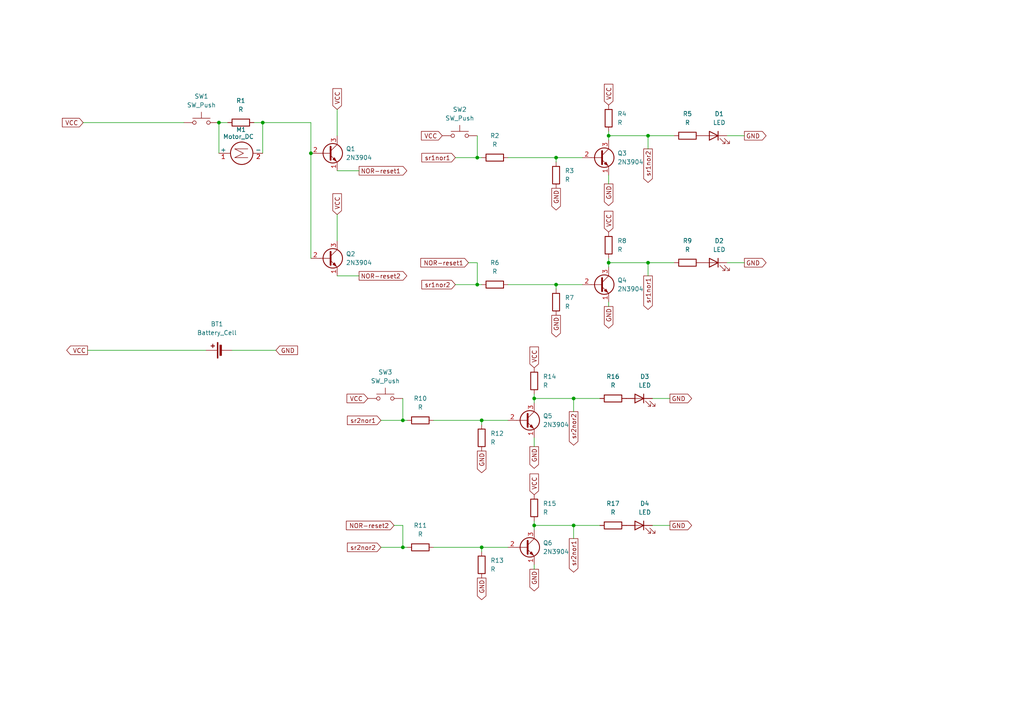
<source format=kicad_sch>
(kicad_sch (version 20250114) (generator "eeschema") (generator_version "9.0")
  (paper "A4")
  (title_block (title "2-bit Memory") (date "2025-05-26") (company "Never getting hired :<") (comment 1 "My first pcb"))
  (lib_symbols
    (symbol "Device:Battery_Cell" (pin_numbers (hide yes)) (pin_names (offset 0) (hide yes))
      (property "Reference" "BT" (at 2.54 2.54 0))
      (property "Value" "Battery_Cell" (at 2.54 0 0))
      (symbol "Battery_Cell_0_1"
        (rectangle (start -2.286 1.778) (end 2.286 1.524) (fill (type outline)))
        (rectangle (start -1.524 1.016) (end 1.524 0.508) (fill (type outline)))
        (polyline (pts (xy 0 1.778) (xy 0 2.54)))
        (polyline (pts (xy 0 0.762) (xy 0 0)))
        (polyline (pts (xy 0.762 3.048) (xy 1.778 3.048)) (stroke (width 0.254)))
        (polyline (pts (xy 1.27 3.556) (xy 1.27 2.54)) (stroke (width 0.254)))
      )
      (symbol "Battery_Cell_1_1"
        (pin passive line (at 0 5.08 270) (length 2.54) (name "+") (number "1"))
        (pin passive line (at 0 -2.54 90) (length 2.54) (name "-") (number "2"))
      )
    )
    (symbol "Device:LED" (pin_numbers (hide yes)) (pin_names (offset 1.016) (hide yes))
      (property "Reference" "D" (at 0 2.54 0))
      (property "Value" "LED" (at 0 -2.54 0))
      (symbol "LED_0_1"
        (polyline (pts (xy -3.048 -0.762) (xy -4.572 -2.286) (xy -3.81 -2.286) (xy -4.572 -2.286) (xy -4.572 -1.524)))
        (polyline (pts (xy -1.778 -0.762) (xy -3.302 -2.286) (xy -2.54 -2.286) (xy -3.302 -2.286) (xy -3.302 -1.524)))
        (polyline (pts (xy -1.27 0) (xy 1.27 0)))
        (polyline (pts (xy -1.27 -1.27) (xy -1.27 1.27)) (stroke (width 0.254)))
        (polyline (pts (xy 1.27 -1.27) (xy 1.27 1.27) (xy -1.27 0) (xy 1.27 -1.27)) (stroke (width 0.254)))
      )
      (symbol "LED_1_1"
        (pin passive line (at -3.81 0 0) (length 2.54) (name "K") (number "1"))
        (pin passive line (at 3.81 0 180) (length 2.54) (name "A") (number "2"))
      )
    )
    (symbol "Device:R" (pin_numbers (hide yes)) (pin_names (offset 0))
      (property "Reference" "R" (at 2.032 0 90))
      (property "Value" "R" (at 0 0 90))
      (symbol "R_0_1"
        (rectangle (start -1.016 -2.54) (end 1.016 2.54) (stroke (width 0.254)))
      )
      (symbol "R_1_1"
        (pin passive line (at 0 3.81 270) (length 1.27) (name "~") (number "1"))
        (pin passive line (at 0 -3.81 90) (length 1.27) (name "~") (number "2"))
      )
    )
    (symbol "Motor:Motor_DC" (pin_names (offset 0))
      (property "Reference" "M" (at 2.54 2.54 0))
      (property "Value" "Motor_DC" (at 2.54 -5.08 0))
      (symbol "Motor_DC_0_0"
        (polyline (pts (xy -1.27 -3.302) (xy -1.27 0.508) (xy 0 -2.032) (xy 1.27 0.508) (xy 1.27 -3.302)))
      )
      (symbol "Motor_DC_0_1"
        (polyline (pts (xy 0 2.032) (xy 0 2.54)))
        (polyline (pts (xy 0 1.7272) (xy 0 2.0828)))
        (circle (center 0 -1.524) (radius 3.2512) (stroke (width 0.254)))
        (polyline (pts (xy 0 -4.7752) (xy 0 -5.1816)))
        (polyline (pts (xy 0 -7.62) (xy 0 -7.112)))
      )
      (symbol "Motor_DC_1_1"
        (pin passive line (at 0 5.08 270) (length 2.54) (name "+") (number "1"))
        (pin passive line (at 0 -7.62 90) (length 2.54) (name "-") (number "2"))
      )
    )
    (symbol "Switch:SW_Push" (pin_numbers (hide yes)) (pin_names (offset 1.016) (hide yes))
      (property "Reference" "SW" (at 1.27 2.54 0))
      (property "Value" "SW_Push" (at 0 -1.524 0))
      (symbol "SW_Push_0_1"
        (circle (center -2.032 0) (radius 0.508))
        (polyline (pts (xy 0 1.27) (xy 0 3.048)))
        (circle (center 2.032 0) (radius 0.508))
        (polyline (pts (xy 2.54 1.27) (xy -2.54 1.27)))
        (pin passive line (at -5.08 0 0) (length 2.54) (name "1") (number "1"))
        (pin passive line (at 5.08 0 180) (length 2.54) (name "2") (number "2"))
      )
    )
    (symbol "Transistor_BJT:2N3904" (pin_names (offset 0) (hide yes))
      (property "Reference" "Q" (at 5.08 1.905 0))
      (property "Value" "2N3904" (at 5.08 0 0))
      (symbol "2N3904_0_1"
        (polyline (pts (xy -2.54 0) (xy 0.635 0)))
        (polyline (pts (xy 0.635 1.905) (xy 0.635 -1.905)) (stroke (width 0.508)))
        (circle (center 1.27 0) (radius 2.8194) (stroke (width 0.254)))
      )
      (symbol "2N3904_1_1"
        (polyline (pts (xy 0.635 0.635) (xy 2.54 2.54)))
        (polyline (pts (xy 0.635 -0.635) (xy 2.54 -2.54)))
        (polyline (pts (xy 1.27 -1.778) (xy 1.778 -1.27) (xy 2.286 -2.286) (xy 1.27 -1.778)) (fill (type outline)))
        (pin input line (at -5.08 0 0) (length 2.54) (name "B") (number "2"))
        (pin passive line (at 2.54 5.08 270) (length 2.54) (name "C") (number "3"))
        (pin passive line (at 2.54 -5.08 90) (length 2.54) (name "E") (number "1"))
      )
    )
  )
  (junction (at 139.7 158.75))
  (junction (at 154.94 152.4))
  (junction (at 90.17 44.45))
  (junction (at 139.7 121.92))
  (junction (at 161.29 45.72))
  (junction (at 166.37 115.57))
  (junction (at 176.53 39.37))
  (junction (at 138.43 45.72))
  (junction (at 161.29 82.55))
  (junction (at 138.43 82.55))
  (junction (at 116.84 121.92))
  (junction (at 176.53 76.2))
  (junction (at 116.84 158.75))
  (junction (at 187.96 76.2))
  (junction (at 76.2 35.56))
  (junction (at 154.94 115.57))
  (junction (at 166.37 152.4))
  (junction (at 187.96 39.37))
  (junction (at 63.5 35.56))
  (wire (pts (xy 189.23 115.57) (xy 194.31 115.57)))
  (wire (pts (xy 154.94 152.4) (xy 166.37 152.4)))
  (wire (pts (xy 116.84 121.92) (xy 118.11 121.92)))
  (wire (pts (xy 90.17 44.45) (xy 90.17 74.93)))
  (wire (pts (xy 138.43 76.2) (xy 138.43 82.55)))
  (wire (pts (xy 139.7 158.75) (xy 139.7 160.02)))
  (wire (pts (xy 189.23 152.4) (xy 194.31 152.4)))
  (wire (pts (xy 154.94 129.54) (xy 154.94 127)))
  (wire (pts (xy 114.3 152.4) (xy 116.84 152.4)))
  (wire (pts (xy 138.43 39.37) (xy 138.43 45.72)))
  (wire (pts (xy 154.94 152.4) (xy 154.94 153.67)))
  (wire (pts (xy 116.84 152.4) (xy 116.84 158.75)))
  (wire (pts (xy 138.43 82.55) (xy 139.7 82.55)))
  (wire (pts (xy 161.29 45.72) (xy 168.91 45.72)))
  (wire (pts (xy 138.43 45.72) (xy 139.7 45.72)))
  (wire (pts (xy 161.29 82.55) (xy 161.29 83.82)))
  (wire (pts (xy 176.53 76.2) (xy 176.53 77.47)))
  (wire (pts (xy 66.04 35.56) (xy 63.5 35.56)))
  (wire (pts (xy 166.37 115.57) (xy 166.37 119.38)))
  (wire (pts (xy 135.89 76.2) (xy 138.43 76.2)))
  (wire (pts (xy 154.94 115.57) (xy 154.94 116.84)))
  (wire (pts (xy 110.49 158.75) (xy 116.84 158.75)))
  (wire (pts (xy 176.53 39.37) (xy 176.53 40.64)))
  (wire (pts (xy 25.4 101.6) (xy 59.69 101.6)))
  (wire (pts (xy 63.5 35.56) (xy 63.5 44.45)))
  (wire (pts (xy 166.37 152.4) (xy 173.99 152.4)))
  (wire (pts (xy 116.84 158.75) (xy 118.11 158.75)))
  (wire (pts (xy 187.96 39.37) (xy 187.96 43.18)))
  (wire (pts (xy 139.7 158.75) (xy 147.32 158.75)))
  (wire (pts (xy 97.79 31.75) (xy 97.79 39.37)))
  (wire (pts (xy 161.29 82.55) (xy 168.91 82.55)))
  (wire (pts (xy 176.53 88.9) (xy 176.53 87.63)))
  (wire (pts (xy 187.96 39.37) (xy 195.58 39.37)))
  (wire (pts (xy 147.32 45.72) (xy 161.29 45.72)))
  (wire (pts (xy 176.53 39.37) (xy 187.96 39.37)))
  (wire (pts (xy 210.82 76.2) (xy 215.9 76.2)))
  (wire (pts (xy 73.66 35.56) (xy 76.2 35.56)))
  (wire (pts (xy 125.73 158.75) (xy 139.7 158.75)))
  (wire (pts (xy 166.37 152.4) (xy 166.37 156.21)))
  (wire (pts (xy 104.14 49.53) (xy 97.79 49.53)))
  (wire (pts (xy 24.13 35.56) (xy 53.34 35.56)))
  (wire (pts (xy 132.08 82.55) (xy 138.43 82.55)))
  (wire (pts (xy 161.29 45.72) (xy 161.29 46.99)))
  (wire (pts (xy 139.7 121.92) (xy 139.7 123.19)))
  (wire (pts (xy 187.96 76.2) (xy 195.58 76.2)))
  (wire (pts (xy 76.2 35.56) (xy 90.17 35.56)))
  (wire (pts (xy 67.31 101.6) (xy 80.01 101.6)))
  (wire (pts (xy 154.94 115.57) (xy 166.37 115.57)))
  (wire (pts (xy 154.94 151.13) (xy 154.94 152.4)))
  (wire (pts (xy 176.53 38.1) (xy 176.53 39.37)))
  (wire (pts (xy 147.32 82.55) (xy 161.29 82.55)))
  (wire (pts (xy 139.7 121.92) (xy 147.32 121.92)))
  (wire (pts (xy 176.53 74.93) (xy 176.53 76.2)))
  (wire (pts (xy 154.94 114.3) (xy 154.94 115.57)))
  (wire (pts (xy 210.82 39.37) (xy 215.9 39.37)))
  (wire (pts (xy 104.14 80.01) (xy 97.79 80.01)))
  (wire (pts (xy 132.08 45.72) (xy 138.43 45.72)))
  (wire (pts (xy 110.49 121.92) (xy 116.84 121.92)))
  (wire (pts (xy 125.73 121.92) (xy 139.7 121.92)))
  (wire (pts (xy 187.96 76.2) (xy 187.96 80.01)))
  (wire (pts (xy 154.94 165.1) (xy 154.94 163.83)))
  (wire (pts (xy 76.2 35.56) (xy 76.2 44.45)))
  (wire (pts (xy 97.79 62.23) (xy 97.79 69.85)))
  (wire (pts (xy 176.53 76.2) (xy 187.96 76.2)))
  (wire (pts (xy 116.84 115.57) (xy 116.84 121.92)))
  (wire (pts (xy 90.17 35.56) (xy 90.17 44.45)))
  (wire (pts (xy 176.53 53.34) (xy 176.53 50.8)))
  (wire (pts (xy 166.37 115.57) (xy 173.99 115.57)))
  (global_label "VCC" (shape input) (at 97.79 62.23 90) (property "Intersheetrefs" "${INTERSHEET_REFS}" (effects (hide yes))))
  (global_label "sr1nor1" (shape input) (at 132.08 45.72 180) (property "Intersheetrefs" "${INTERSHEET_REFS}" (effects (hide yes))))
  (global_label "GND" (shape output) (at 176.53 53.34 270) (property "Intersheetrefs" "${INTERSHEET_REFS}" (effects (hide yes))))
  (global_label "sr2nor2" (shape output) (at 166.37 119.38 270) (property "Intersheetrefs" "${INTERSHEET_REFS}" (effects (hide yes))))
  (global_label "NOR-reset1" (shape output) (at 104.14 49.53 0) (property "Intersheetrefs" "${INTERSHEET_REFS}" (effects (hide yes))))
  (global_label "GND" (shape output) (at 176.53 88.9 270) (property "Intersheetrefs" "${INTERSHEET_REFS}" (effects (hide yes))))
  (global_label "GND" (shape output) (at 194.31 152.4 0) (property "Intersheetrefs" "${INTERSHEET_REFS}" (effects (hide yes))))
  (global_label "GND" (shape output) (at 194.31 115.57 0) (property "Intersheetrefs" "${INTERSHEET_REFS}" (effects (hide yes))))
  (global_label "VCC" (shape input) (at 154.94 106.68 90) (property "Intersheetrefs" "${INTERSHEET_REFS}" (effects (hide yes))))
  (global_label "VCC" (shape input) (at 106.68 115.57 180) (property "Intersheetrefs" "${INTERSHEET_REFS}" (effects (hide yes))))
  (global_label "GND" (shape output) (at 215.9 39.37 0) (property "Intersheetrefs" "${INTERSHEET_REFS}" (effects (hide yes))))
  (global_label "GND" (shape output) (at 154.94 129.54 270) (property "Intersheetrefs" "${INTERSHEET_REFS}" (effects (hide yes))))
  (global_label "sr1nor2" (shape output) (at 187.96 43.18 270) (property "Intersheetrefs" "${INTERSHEET_REFS}" (effects (hide yes))))
  (global_label "GND" (shape output) (at 139.7 130.81 270) (property "Intersheetrefs" "${INTERSHEET_REFS}" (effects (hide yes))))
  (global_label "GND" (shape input) (at 80.01 101.6 0) (property "Intersheetrefs" "${INTERSHEET_REFS}" (effects (hide yes))))
  (global_label "GND" (shape output) (at 161.29 54.61 270) (property "Intersheetrefs" "${INTERSHEET_REFS}" (effects (hide yes))))
  (global_label "NOR-reset2" (shape input) (at 114.3 152.4 180) (property "Intersheetrefs" "${INTERSHEET_REFS}" (effects (hide yes))))
  (global_label "VCC" (shape input) (at 24.13 35.56 180) (property "Intersheetrefs" "${INTERSHEET_REFS}" (effects (hide yes))))
  (global_label "NOR-reset1" (shape input) (at 135.89 76.2 180) (property "Intersheetrefs" "${INTERSHEET_REFS}" (effects (hide yes))))
  (global_label "VCC" (shape input) (at 176.53 67.31 90) (property "Intersheetrefs" "${INTERSHEET_REFS}" (effects (hide yes))))
  (global_label "GND" (shape output) (at 161.29 91.44 270) (property "Intersheetrefs" "${INTERSHEET_REFS}" (effects (hide yes))))
  (global_label "VCC" (shape input) (at 128.27 39.37 180) (property "Intersheetrefs" "${INTERSHEET_REFS}" (effects (hide yes))))
  (global_label "VCC" (shape input) (at 176.53 30.48 90) (property "Intersheetrefs" "${INTERSHEET_REFS}" (effects (hide yes))))
  (global_label "sr2nor1" (shape output) (at 166.37 156.21 270) (property "Intersheetrefs" "${INTERSHEET_REFS}" (effects (hide yes))))
  (global_label "VCC" (shape input) (at 97.79 31.75 90) (property "Intersheetrefs" "${INTERSHEET_REFS}" (effects (hide yes))))
  (global_label "sr2nor2" (shape input) (at 110.49 158.75 180) (property "Intersheetrefs" "${INTERSHEET_REFS}" (effects (hide yes))))
  (global_label "VCC" (shape input) (at 154.94 143.51 90) (property "Intersheetrefs" "${INTERSHEET_REFS}" (effects (hide yes))))
  (global_label "GND" (shape output) (at 154.94 165.1 270) (property "Intersheetrefs" "${INTERSHEET_REFS}" (effects (hide yes))))
  (global_label "sr2nor1" (shape input) (at 110.49 121.92 180) (property "Intersheetrefs" "${INTERSHEET_REFS}" (effects (hide yes))))
  (global_label "sr1nor1" (shape output) (at 187.96 80.01 270) (property "Intersheetrefs" "${INTERSHEET_REFS}" (effects (hide yes))))
  (global_label "sr1nor2" (shape input) (at 132.08 82.55 180) (property "Intersheetrefs" "${INTERSHEET_REFS}" (effects (hide yes))))
  (global_label "GND" (shape output) (at 139.7 167.64 270) (property "Intersheetrefs" "${INTERSHEET_REFS}" (effects (hide yes))))
  (global_label "NOR-reset2" (shape output) (at 104.14 80.01 0) (property "Intersheetrefs" "${INTERSHEET_REFS}" (effects (hide yes))))
  (global_label "VCC" (shape output) (at 25.4 101.6 180) (property "Intersheetrefs" "${INTERSHEET_REFS}" (effects (hide yes))))
  (global_label "GND" (shape output) (at 215.9 76.2 0) (property "Intersheetrefs" "${INTERSHEET_REFS}" (effects (hide yes))))
  (symbol (lib_id "Device:R") (at 177.8 152.4 90) (unit 1)
    (property "Reference" "R17" (at 177.8 146.05 90))
    (property "Value" "R" (at 177.8 148.59 90))
    (property "Footprint" "Resistor_THT:R_Axial_DIN0207_L6.3mm_D2.5mm_P7.62mm_Horizontal" (effects (hide yes)))
    (property "Description" "Resistor" (effects (hide yes)))
  )
  (symbol (lib_id "Device:R") (at 161.29 87.63 0) (unit 1)
    (property "Reference" "R7" (at 163.83 86.3599 0) (effects (justify left)))
    (property "Value" "R" (at 163.83 88.8999 0) (effects (justify left)))
    (property "Footprint" "Resistor_THT:R_Axial_DIN0207_L6.3mm_D2.5mm_P7.62mm_Horizontal" (effects (hide yes)))
    (property "Description" "Resistor" (effects (hide yes)))
  )
  (symbol (lib_id "Device:LED") (at 185.42 115.57 0) (mirror y) (unit 1)
    (property "Reference" "D3" (at 187.0075 109.22 0))
    (property "Value" "LED" (at 187.0075 111.76 0))
    (property "Footprint" "LED_THT:LED_D5.0mm" (effects (hide yes)))
    (property "Description" "Light emitting diode" (effects (hide yes)))
    (property "Sim.Pins" "1=K 2=A" (effects (hide yes)))
  )
  (symbol (lib_id "Transistor_BJT:2N3904") (at 173.99 45.72 0) (unit 1)
    (property "Reference" "Q3" (at 179.07 44.4499 0) (effects (justify left)))
    (property "Value" "2N3904" (at 179.07 46.9899 0) (effects (justify left)))
    (property "Footprint" "Package_TO_SOT_THT:TO-92_Inline" (effects (hide yes)))
    (property "Datasheet" "https://www.onsemi.com/pub/Collateral/2N3903-D.PDF" (effects (hide yes)))
    (property "Description" "0.2A Ic, 40V Vce, Small Signal NPN Transistor, TO-92" (effects (hide yes)))
  )
  (symbol (lib_id "Device:R") (at 143.51 82.55 90) (unit 1)
    (property "Reference" "R6" (at 143.51 76.2 90))
    (property "Value" "R" (at 143.51 78.74 90))
    (property "Footprint" "Resistor_THT:R_Axial_DIN0207_L6.3mm_D2.5mm_P7.62mm_Horizontal" (effects (hide yes)))
    (property "Description" "Resistor" (effects (hide yes)))
  )
  (symbol (lib_id "Device:R") (at 139.7 127 0) (unit 1)
    (property "Reference" "R12" (at 142.24 125.7299 0) (effects (justify left)))
    (property "Value" "R" (at 142.24 128.2699 0) (effects (justify left)))
    (property "Footprint" "Resistor_THT:R_Axial_DIN0207_L6.3mm_D2.5mm_P7.62mm_Horizontal" (effects (hide yes)))
    (property "Description" "Resistor" (effects (hide yes)))
  )
  (symbol (lib_id "Motor:Motor_DC") (at 68.58 44.45 90) (unit 1)
    (property "Reference" "M1" (at 71.374 37.592 90) (effects (justify left)))
    (property "Value" "Motor_DC" (at 73.66 39.624 90) (effects (justify left)))
    (property "Footprint" "Connector_PinHeader_2.54mm:PinHeader_1x02_P2.54mm_Vertical" (effects (hide yes)))
    (property "Description" "DC Motor" (effects (hide yes)))
  )
  (symbol (lib_id "Device:LED") (at 207.01 76.2 0) (mirror y) (unit 1)
    (property "Reference" "D2" (at 208.5975 69.85 0))
    (property "Value" "LED" (at 208.5975 72.39 0))
    (property "Footprint" "LED_THT:LED_D5.0mm" (effects (hide yes)))
    (property "Description" "Light emitting diode" (effects (hide yes)))
    (property "Sim.Pins" "1=K 2=A" (effects (hide yes)))
  )
  (symbol (lib_id "Device:R") (at 69.85 35.56 90) (unit 1)
    (property "Reference" "R1" (at 69.85 29.21 90))
    (property "Value" "R" (at 69.85 31.75 90))
    (property "Footprint" "Resistor_THT:R_Axial_DIN0207_L6.3mm_D2.5mm_P7.62mm_Horizontal" (effects (hide yes)))
    (property "Description" "Resistor" (effects (hide yes)))
  )
  (symbol (lib_id "Transistor_BJT:2N3904") (at 95.25 74.93 0) (unit 1)
    (property "Reference" "Q2" (at 100.33 73.6599 0) (effects (justify left)))
    (property "Value" "2N3904" (at 100.33 76.1999 0) (effects (justify left)))
    (property "Footprint" "Package_TO_SOT_THT:TO-92_Inline" (effects (hide yes)))
    (property "Datasheet" "https://www.onsemi.com/pub/Collateral/2N3903-D.PDF" (effects (hide yes)))
    (property "Description" "0.2A Ic, 40V Vce, Small Signal NPN Transistor, TO-92" (effects (hide yes)))
  )
  (symbol (lib_id "Device:R") (at 154.94 147.32 0) (unit 1)
    (property "Reference" "R15" (at 157.48 146.0499 0) (effects (justify left)))
    (property "Value" "R" (at 157.48 148.5899 0) (effects (justify left)))
    (property "Footprint" "Resistor_THT:R_Axial_DIN0207_L6.3mm_D2.5mm_P7.62mm_Horizontal" (effects (hide yes)))
    (property "Description" "Resistor" (effects (hide yes)))
  )
  (symbol (lib_id "Device:R") (at 139.7 163.83 0) (unit 1)
    (property "Reference" "R13" (at 142.24 162.5599 0) (effects (justify left)))
    (property "Value" "R" (at 142.24 165.0999 0) (effects (justify left)))
    (property "Footprint" "Resistor_THT:R_Axial_DIN0207_L6.3mm_D2.5mm_P7.62mm_Horizontal" (effects (hide yes)))
    (property "Description" "Resistor" (effects (hide yes)))
  )
  (symbol (lib_id "Device:LED") (at 185.42 152.4 0) (mirror y) (unit 1)
    (property "Reference" "D4" (at 187.0075 146.05 0))
    (property "Value" "LED" (at 187.0075 148.59 0))
    (property "Footprint" "LED_THT:LED_D5.0mm" (effects (hide yes)))
    (property "Description" "Light emitting diode" (effects (hide yes)))
    (property "Sim.Pins" "1=K 2=A" (effects (hide yes)))
  )
  (symbol (lib_id "Device:R") (at 143.51 45.72 90) (unit 1)
    (property "Reference" "R2" (at 143.51 39.37 90))
    (property "Value" "R" (at 143.51 41.91 90))
    (property "Footprint" "Resistor_THT:R_Axial_DIN0207_L6.3mm_D2.5mm_P7.62mm_Horizontal" (effects (hide yes)))
    (property "Description" "Resistor" (effects (hide yes)))
  )
  (symbol (lib_id "Device:LED") (at 207.01 39.37 0) (mirror y) (unit 1)
    (property "Reference" "D1" (at 208.5975 33.02 0))
    (property "Value" "LED" (at 208.5975 35.56 0))
    (property "Footprint" "LED_THT:LED_D5.0mm" (effects (hide yes)))
    (property "Description" "Light emitting diode" (effects (hide yes)))
    (property "Sim.Pins" "1=K 2=A" (effects (hide yes)))
  )
  (symbol (lib_id "Transistor_BJT:2N3904") (at 152.4 121.92 0) (unit 1)
    (property "Reference" "Q5" (at 157.48 120.6499 0) (effects (justify left)))
    (property "Value" "2N3904" (at 157.48 123.1899 0) (effects (justify left)))
    (property "Footprint" "Package_TO_SOT_THT:TO-92_Inline" (effects (hide yes)))
    (property "Datasheet" "https://www.onsemi.com/pub/Collateral/2N3903-D.PDF" (effects (hide yes)))
    (property "Description" "0.2A Ic, 40V Vce, Small Signal NPN Transistor, TO-92" (effects (hide yes)))
  )
  (symbol (lib_id "Switch:SW_Push") (at 111.76 115.57 0) (unit 1)
    (property "Reference" "SW3" (at 111.76 107.95 0))
    (property "Value" "SW_Push" (at 111.76 110.49 0))
    (property "Footprint" "Button_Switch_THT:SW_PUSH_6mm" (effects (hide yes)))
    (property "Description" "Push button switch, generic, two pins" (effects (hide yes)))
  )
  (symbol (lib_id "Device:R") (at 121.92 121.92 90) (unit 1)
    (property "Reference" "R10" (at 121.92 115.57 90))
    (property "Value" "R" (at 121.92 118.11 90))
    (property "Footprint" "Resistor_THT:R_Axial_DIN0207_L6.3mm_D2.5mm_P7.62mm_Horizontal" (effects (hide yes)))
    (property "Description" "Resistor" (effects (hide yes)))
  )
  (symbol (lib_id "Device:R") (at 121.92 158.75 90) (unit 1)
    (property "Reference" "R11" (at 121.92 152.4 90))
    (property "Value" "R" (at 121.92 154.94 90))
    (property "Footprint" "Resistor_THT:R_Axial_DIN0207_L6.3mm_D2.5mm_P7.62mm_Horizontal" (effects (hide yes)))
    (property "Description" "Resistor" (effects (hide yes)))
  )
  (symbol (lib_id "Device:R") (at 199.39 76.2 90) (unit 1)
    (property "Reference" "R9" (at 199.39 69.85 90))
    (property "Value" "R" (at 199.39 72.39 90))
    (property "Footprint" "Resistor_THT:R_Axial_DIN0207_L6.3mm_D2.5mm_P7.62mm_Horizontal" (effects (hide yes)))
    (property "Description" "Resistor" (effects (hide yes)))
  )
  (symbol (lib_id "Transistor_BJT:2N3904") (at 95.25 44.45 0) (unit 1)
    (property "Reference" "Q1" (at 100.33 43.1799 0) (effects (justify left)))
    (property "Value" "2N3904" (at 100.33 45.7199 0) (effects (justify left)))
    (property "Footprint" "Package_TO_SOT_THT:TO-92_Inline" (effects (hide yes)))
    (property "Datasheet" "https://www.onsemi.com/pub/Collateral/2N3903-D.PDF" (effects (hide yes)))
    (property "Description" "0.2A Ic, 40V Vce, Small Signal NPN Transistor, TO-92" (effects (hide yes)))
  )
  (symbol (lib_id "Device:R") (at 154.94 110.49 0) (unit 1)
    (property "Reference" "R14" (at 157.48 109.2199 0) (effects (justify left)))
    (property "Value" "R" (at 157.48 111.7599 0) (effects (justify left)))
    (property "Footprint" "Resistor_THT:R_Axial_DIN0207_L6.3mm_D2.5mm_P7.62mm_Horizontal" (effects (hide yes)))
    (property "Description" "Resistor" (effects (hide yes)))
  )
  (symbol (lib_id "Transistor_BJT:2N3904") (at 152.4 158.75 0) (unit 1)
    (property "Reference" "Q6" (at 157.48 157.4799 0) (effects (justify left)))
    (property "Value" "2N3904" (at 157.48 160.0199 0) (effects (justify left)))
    (property "Footprint" "Package_TO_SOT_THT:TO-92_Inline" (effects (hide yes)))
    (property "Datasheet" "https://www.onsemi.com/pub/Collateral/2N3903-D.PDF" (effects (hide yes)))
    (property "Description" "0.2A Ic, 40V Vce, Small Signal NPN Transistor, TO-92" (effects (hide yes)))
  )
  (symbol (lib_id "Transistor_BJT:2N3904") (at 173.99 82.55 0) (unit 1)
    (property "Reference" "Q4" (at 179.07 81.2799 0) (effects (justify left)))
    (property "Value" "2N3904" (at 179.07 83.8199 0) (effects (justify left)))
    (property "Footprint" "Package_TO_SOT_THT:TO-92_Inline" (effects (hide yes)))
    (property "Datasheet" "https://www.onsemi.com/pub/Collateral/2N3903-D.PDF" (effects (hide yes)))
    (property "Description" "0.2A Ic, 40V Vce, Small Signal NPN Transistor, TO-92" (effects (hide yes)))
  )
  (symbol (lib_id "Device:R") (at 177.8 115.57 90) (unit 1)
    (property "Reference" "R16" (at 177.8 109.22 90))
    (property "Value" "R" (at 177.8 111.76 90))
    (property "Footprint" "Resistor_THT:R_Axial_DIN0207_L6.3mm_D2.5mm_P7.62mm_Horizontal" (effects (hide yes)))
    (property "Description" "Resistor" (effects (hide yes)))
  )
  (symbol (lib_id "Device:Battery_Cell") (at 64.77 101.6 90) (unit 1)
    (property "Reference" "BT1" (at 62.9285 93.98 90))
    (property "Value" "Battery_Cell" (at 62.9285 96.52 90))
    (property "Footprint" "Battery:BatteryHolder_Keystone_3034_1x20mm" (effects (hide yes)))
    (property "Description" "Single-cell battery" (effects (hide yes)))
  )
  (symbol (lib_id "Device:R") (at 176.53 34.29 0) (unit 1)
    (property "Reference" "R4" (at 179.07 33.0199 0) (effects (justify left)))
    (property "Value" "R" (at 179.07 35.5599 0) (effects (justify left)))
    (property "Footprint" "Resistor_THT:R_Axial_DIN0207_L6.3mm_D2.5mm_P7.62mm_Horizontal" (effects (hide yes)))
    (property "Description" "Resistor" (effects (hide yes)))
  )
  (symbol (lib_id "Switch:SW_Push") (at 133.35 39.37 0) (unit 1)
    (property "Reference" "SW2" (at 133.35 31.75 0))
    (property "Value" "SW_Push" (at 133.35 34.29 0))
    (property "Footprint" "Button_Switch_THT:SW_PUSH_6mm" (effects (hide yes)))
    (property "Description" "Push button switch, generic, two pins" (effects (hide yes)))
  )
  (symbol (lib_id "Switch:SW_Push") (at 58.42 35.56 0) (unit 1)
    (property "Reference" "SW1" (at 58.42 27.94 0))
    (property "Value" "SW_Push" (at 58.42 30.48 0))
    (property "Footprint" "Button_Switch_THT:SW_PUSH_6mm" (effects (hide yes)))
    (property "Description" "Push button switch, generic, two pins" (effects (hide yes)))
  )
  (symbol (lib_id "Device:R") (at 176.53 71.12 0) (unit 1)
    (property "Reference" "R8" (at 179.07 69.8499 0) (effects (justify left)))
    (property "Value" "R" (at 179.07 72.3899 0) (effects (justify left)))
    (property "Footprint" "Resistor_THT:R_Axial_DIN0207_L6.3mm_D2.5mm_P7.62mm_Horizontal" (effects (hide yes)))
    (property "Description" "Resistor" (effects (hide yes)))
  )
  (symbol (lib_id "Device:R") (at 199.39 39.37 90) (unit 1)
    (property "Reference" "R5" (at 199.39 33.02 90))
    (property "Value" "R" (at 199.39 35.56 90))
    (property "Footprint" "Resistor_THT:R_Axial_DIN0207_L6.3mm_D2.5mm_P7.62mm_Horizontal" (effects (hide yes)))
    (property "Description" "Resistor" (effects (hide yes)))
  )
  (symbol (lib_id "Device:R") (at 161.29 50.8 0) (unit 1)
    (property "Reference" "R3" (at 163.83 49.5299 0) (effects (justify left)))
    (property "Value" "R" (at 163.83 52.0699 0) (effects (justify left)))
    (property "Footprint" "Resistor_THT:R_Axial_DIN0207_L6.3mm_D2.5mm_P7.62mm_Horizontal" (effects (hide yes)))
    (property "Description" "Resistor" (effects (hide yes)))
  )
)
</source>
